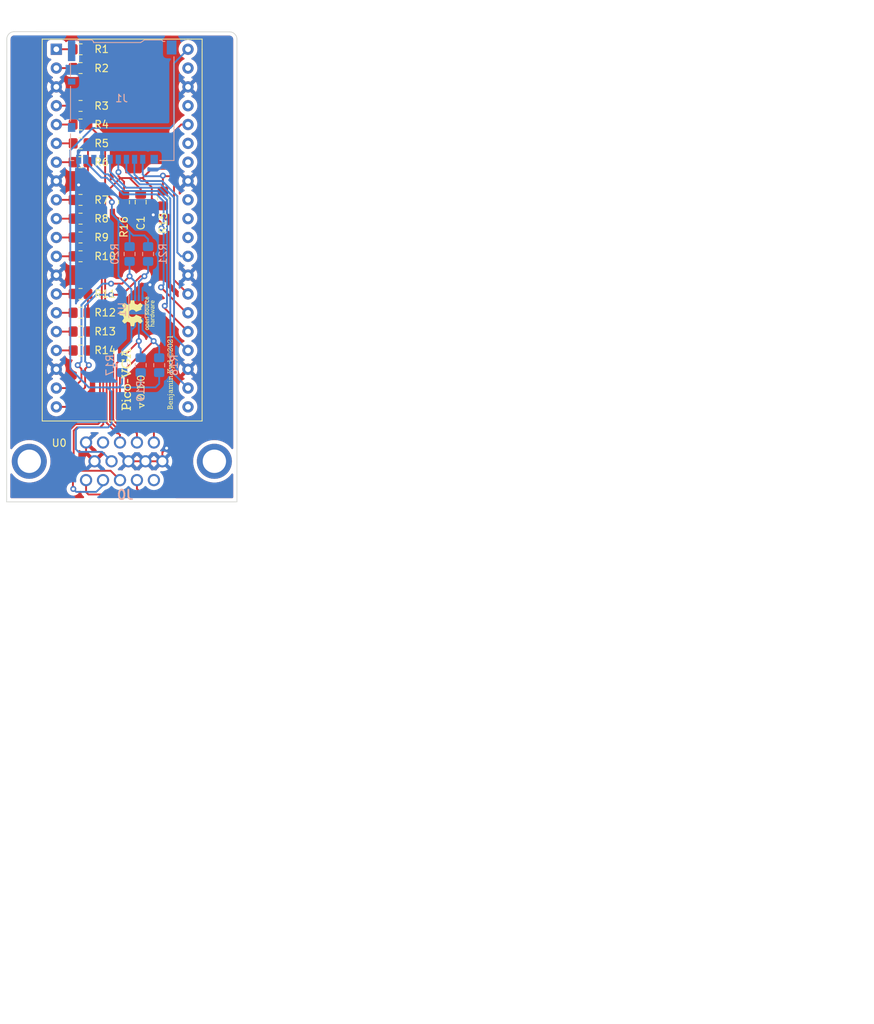
<source format=kicad_pcb>
(kicad_pcb (version 20201220) (generator pcbnew)
  (layers (0 "F.Cu" signal) (31 "B.Cu" signal) (34 "B.Paste" user) (35 "F.Paste" user) (36 "B.SilkS" user "B.Silkscreen") (37 "F.SilkS" user "F.Silkscreen") (38 "B.Mask" user) (39 "F.Mask" user) (44 "Edge.Cuts" user))
  (net 0 "")
  (net 1 "GND")
  (net 2 "+3V3")
  (net 3 "VSYNC")
  (net 4 "HSYNC")
  (net 5 "GP19")
  (net 6 "GP17")
  (net 7 "GP18")
  (net 8 "VGA_B")
  (net 9 "VGA_G")
  (net 10 "VGA_R")
  (net 11 "R0")
  (net 12 "R1")
  (net 13 "R2")
  (net 14 "R3")
  (net 15 "G0")
  (net 16 "G1")
  (net 17 "G2")
  (net 18 "G3")
  (net 19 "B0")
  (net 20 "B1")
  (net 21 "B2")
  (net 22 "B3")
  (net 23 "+5V")
  (net 24 "DCC5VDAT")
  (net 25 "no_connect_42")
  (net 26 "no_connect_41")
  (net 27 "no_connect_40")
  (net 28 "no_connect_39")
  (net 29 "no_connect_38")
  (net 30 "no_connect_37")
  (net 31 "no_connect_36")
  (net 32 "no_connect_35")
  (net 33 "no_connect_34")
  (net 34 "DCC5VCLK")
  (net 35 "Net-(R13-Pad2)")
  (net 36 "Net-(R14-Pad1)")
  (net 37 "Net-(R17-Pad1)")
  (net 38 "DCC3V3DAT")
  (net 39 "DCC3V3CLK")
  (net 40 "GP22")
  (net 41 "GP21")
  (net 42 "GP20")
  (net 43 "no_connect_43")
  (footprint "Resistor_SMD:R_0805_2012Metric_Pad1.20x1.40mm_HandSolder" (layer "F.Cu") (at 163.380343 98.426662)
    (fp_text reference "R12" (at 3.319657 -0.016662) (layer "F.SilkS"))
    (fp_text value "500")
    (pad "1" smd roundrect (at -1 0) (size 1.2 1.4) (layers "F.Cu" "F.Paste" "F.Mask") (roundrect_rratio 0.2083333333333333) (net 22 "B3"))
    (pad "2" smd roundrect (at 1 0) (size 1.2 1.4) (layers "F.Cu" "F.Paste" "F.Mask") (roundrect_rratio 0.2083333333333333) (net 8 "VGA_B"))
  )
  (footprint "Resistor_SMD:R_0805_2012Metric_Pad1.20x1.40mm_HandSolder" (layer "F.Cu") (at 163.383744 100.964363 180)
    (fp_text reference "R13" (at -3.316256 0.004363) (layer "F.SilkS"))
    (fp_text value "50")
    (pad "1" smd roundrect (at -1 0 180) (size 1.2 1.4) (layers "F.Cu" "F.Paste" "F.Mask") (roundrect_rratio 0.2083333333333333) (net 4 "HSYNC"))
    (pad "2" smd roundrect (at 1 0 180) (size 1.2 1.4) (layers "F.Cu" "F.Paste" "F.Mask") (roundrect_rratio 0.2083333333333333) (net 35 "Net-(R13-Pad2)"))
  )
  (footprint "Resistor_SMD:R_0805_2012Metric_Pad1.20x1.40mm_HandSolder" (layer "F.Cu") (at 163.37539 78.108531)
    (fp_text reference "R6" (at 2.84461 -0.008531) (layer "F.SilkS"))
    (fp_text value "2k")
    (pad "1" smd roundrect (at -1 0) (size 1.2 1.4) (layers "F.Cu" "F.Paste" "F.Mask") (roundrect_rratio 0.2083333333333333) (net 16 "G1"))
    (pad "2" smd roundrect (at 1 0) (size 1.2 1.4) (layers "F.Cu" "F.Paste" "F.Mask") (roundrect_rratio 0.2083333333333333) (net 9 "VGA_G"))
  )
  (footprint "Resistor_SMD:R_0805_2012Metric_Pad1.20x1.40mm_HandSolder" (layer "F.Cu") (at 163.383299 85.730358)
    (fp_text reference "R8" (at 2.836701 -0.000358) (layer "F.SilkS"))
    (fp_text value "499")
    (pad "1" smd roundrect (at -1 0) (size 1.2 1.4) (layers "F.Cu" "F.Paste" "F.Mask") (roundrect_rratio 0.2083333333333333) (net 18 "G3"))
    (pad "2" smd roundrect (at 1 0) (size 1.2 1.4) (layers "F.Cu" "F.Paste" "F.Mask") (roundrect_rratio 0.2083333333333333) (net 9 "VGA_G"))
  )
  (footprint "Resistor_SMD:R_0805_2012Metric_Pad1.20x1.40mm_HandSolder" (layer "F.Cu") (at 163.378463 73.019919)
    (fp_text reference "R4" (at 2.841537 0.000081) (layer "F.SilkS"))
    (fp_text value "500")
    (pad "1" smd roundrect (at -1 0) (size 1.2 1.4) (layers "F.Cu" "F.Paste" "F.Mask") (roundrect_rratio 0.2083333333333333) (net 14 "R3"))
    (pad "2" smd roundrect (at 1 0) (size 1.2 1.4) (layers "F.Cu" "F.Paste" "F.Mask") (roundrect_rratio 0.2083333333333333) (net 10 "VGA_R"))
  )
  (footprint "Resistor_SMD:R_0805_2012Metric_Pad1.20x1.40mm_HandSolder" (layer "F.Cu") (at 163.379298 95.886606)
    (fp_text reference "R11" (at 3.320702 0.003394) (layer "F.SilkS"))
    (fp_text value "1k")
    (pad "1" smd roundrect (at -1 0) (size 1.2 1.4) (layers "F.Cu" "F.Paste" "F.Mask") (roundrect_rratio 0.2083333333333333) (net 21 "B2"))
    (pad "2" smd roundrect (at 1 0) (size 1.2 1.4) (layers "F.Cu" "F.Paste" "F.Mask") (roundrect_rratio 0.2083333333333333) (net 8 "VGA_B"))
  )
  (footprint "Capacitor_SMD:C_0805_2012Metric_Pad1.18x1.45mm_HandSolder" (layer "F.Cu") (at 171.5 83.5 -90)
    (fp_text reference "C1" (at 2.82 -0.02 90) (layer "F.SilkS"))
    (fp_text value "10u")
    (pad "1" smd roundrect (at -1.0375 0 270) (size 1.175 1.45) (layers "F.Cu" "F.Paste" "F.Mask") (roundrect_rratio 0.2127659574468085) (net 2 "+3V3"))
    (pad "2" smd roundrect (at 1.0375 0 270) (size 1.175 1.45) (layers "F.Cu" "F.Paste" "F.Mask") (roundrect_rratio 0.2127659574468085) (net 1 "GND"))
  )
  (footprint "pico:raspberrypi-pico-module" (layer "F.Cu") (at 169 87)
    (fp_text reference "U0" (at -8.5 29) (layer "F.SilkS"))
    (fp_text value "PICO_RP2040")
    (pad "1" thru_hole rect (at -8.89 -24.13) (size 1.524 1.524) (drill 0.762) (layers *.Cu *.Mask) (net 11 "R0"))
    (pad "2" thru_hole circle (at -8.89 -21.59) (size 1.524 1.524) (drill 0.762) (layers *.Cu *.Mask) (net 12 "R1"))
    (pad "3" thru_hole circle (at -8.89 -19.05) (size 1.524 1.524) (drill 0.762) (layers *.Cu *.Mask) (net 1 "GND"))
    (pad "4" thru_hole circle (at -8.89 -16.51) (size 1.524 1.524) (drill 0.762) (layers *.Cu *.Mask) (net 13 "R2"))
    (pad "5" thru_hole circle (at -8.89 -13.97) (size 1.524 1.524) (drill 0.762) (layers *.Cu *.Mask) (net 14 "R3"))
    (pad "6" thru_hole circle (at -8.89 -11.43) (size 1.524 1.524) (drill 0.762) (layers *.Cu *.Mask) (net 15 "G0"))
    (pad "7" thru_hole circle (at -8.89 -8.89) (size 1.524 1.524) (drill 0.762) (layers *.Cu *.Mask) (net 16 "G1"))
    (pad "8" thru_hole circle (at -8.89 -6.35) (size 1.524 1.524) (drill 0.762) (layers *.Cu *.Mask) (net 1 "GND"))
    (pad "9" thru_hole circle (at -8.89 -3.81) (size 1.524 1.524) (drill 0.762) (layers *.Cu *.Mask) (net 17 "G2"))
    (pad "10" thru_hole circle (at -8.89 -1.27) (size 1.524 1.524) (drill 0.762) (layers *.Cu *.Mask) (net 18 "G3"))
    (pad "11" thru_hole circle (at -8.89 1.27) (size 1.524 1.524) (drill 0.762) (layers *.Cu *.Mask) (net 19 "B0"))
    (pad "12" thru_hole circle (at -8.89 3.81) (size 1.524 1.524) (drill 0.762) (layers *.Cu *.Mask) (net 20 "B1"))
    (pad "13" thru_hole circle (at -8.89 6.35) (size 1.524 1.524) (drill 0.762) (layers *.Cu *.Mask) (net 1 "GND"))
    (pad "14" thru_hole circle (at -8.89 8.89) (size 1.524 1.524) (drill 0.762) (layers *.Cu *.Mask) (net 21 "B2"))
    (pad "15" thru_hole circle (at -8.89 11.43) (size 1.524 1.524) (drill 0.762) (layers *.Cu *.Mask) (net 22 "B3"))
    (pad "16" thru_hole circle (at -8.89 13.97) (size 1.524 1.524) (drill 0.762) (layers *.Cu *.Mask) (net 35 "Net-(R13-Pad2)"))
    (pad "17" thru_hole circle (at -8.89 16.51) (size 1.524 1.524) (drill 0.762) (layers *.Cu *.Mask) (net 36 "Net-(R14-Pad1)"))
    (pad "18" thru_hole circle (at -8.89 19.05) (size 1.524 1.524) (drill 0.762) (layers *.Cu *.Mask) (net 1 "GND"))
    (pad "19" thru_hole circle (at -8.89 21.59) (size 1.524 1.524) (drill 0.762) (layers *.Cu *.Mask) (net 38 "DCC3V3DAT"))
    (pad "20" thru_hole circle (at -8.89 24.13) (size 1.524 1.524) (drill 0.762) (layers *.Cu *.Mask) (net 39 "DCC3V3CLK"))
    (pad "21" thru_hole circle (at 8.89 24.13) (size 1.524 1.524) (drill 0.762) (layers *.Cu *.Mask) (net 31 "no_connect_36"))
    (pad "22" thru_hole circle (at 8.89 21.59) (size 1.524 1.524) (drill 0.762) (layers *.Cu *.Mask) (net 6 "GP17"))
    (pad "23" thru_hole circle (at 8.89 19.05) (size 1.524 1.524) (drill 0.762) (layers *.Cu *.Mask) (net 1 "GND"))
    (pad "24" thru_hole circle (at 8.89 16.51) (size 1.524 1.524) (drill 0.762) (layers *.Cu *.Mask) (net 7 "GP18"))
    (pad "25" thru_hole circle (at 8.89 13.97) (size 1.524 1.524) (drill 0.762) (layers *.Cu *.Mask) (net 5 "GP19"))
    (pad "26" thru_hole circle (at 8.89 11.43) (size 1.524 1.524) (drill 0.762) (layers *.Cu *.Mask) (net 42 "GP20"))
    (pad "27" thru_hole circle (at 8.89 8.89) (size 1.524 1.524) (drill 0.762) (layers *.Cu *.Mask) (net 41 "GP21"))
    (pad "28" thru_hole circle (at 8.89 6.35) (size 1.524 1.524) (drill 0.762) (layers *.Cu *.Mask) (net 1 "GND"))
    (pad "29" thru_hole circle (at 8.89 3.81) (size 1.524 1.524) (drill 0.762) (layers *.Cu *.Mask) (net 40 "GP22"))
    (pad "30" thru_hole circle (at 8.89 1.27) (size 1.524 1.524) (drill 0.762) (layers *.Cu *.Mask) (net 30 "no_connect_37"))
    (pad "31" thru_hole circle (at 8.89 -1.27) (size 1.524 1.524) (drill 0.762) (layers *.Cu *.Mask) (net 29 "no_connect_38"))
    (pad "32" thru_hole circle (at 8.89 -3.81) (size 1.524 1.524) (drill 0.762) (layers *.Cu *.Mask) (net 28 "no_connect_39"))
    (pad "33" thru_hole circle (at 8.89 -6.35) (size 1.524 1.524) (drill 0.762) (layers *.Cu *.Mask) (net 1 "GND"))
    (pad "34" thru_hole circle (at 8.89 -8.89) (size 1.524 1.524) (drill 0.762) (layers *.Cu *.Mask) (net 27 "no_connect_40"))
    (pad "35" thru_hole circle (at 8.89 -11.43) (size 1.524 1.524) (drill 0.762) (layers *.Cu *.Mask) (net 26 "no_connect_41"))
    (pad "36" thru_hole circle (at 8.89 -13.97) (size 1.524 1.524) (drill 0.762) (layers *.Cu *.Mask) (net 2 "+3V3"))
    (pad "37" thru_hole circle (at 8.89 -16.51) (size 1.524 1.524) (drill 0.762) (layers *.Cu *.Mask) (net 25 "no_connect_42"))
    (pad "38" thru_hole circle (at 8.89 -19.05) (size 1.524 1.524) (drill 0.762) (layers *.Cu *.Mask) (net 1 "GND"))
    (pad "39" thru_hole circle (at 8.89 -21.59) (size 1.524 1.524) (drill 0.762) (layers *.Cu *.Mask) (net 43 "no_connect_43"))
    (pad "40" thru_hole circle (at 8.89 -24.13) (size 1.524 1.524) (drill 0.762) (layers *.Cu *.Mask) (net 23 "+5V"))
  )
  (footprint "Resistor_SMD:R_0805_2012Metric_Pad1.20x1.40mm_HandSolder" (layer "F.Cu") (at 169.25 83.5 -90)
    (fp_text reference "R16" (at 3.35 0.02 90) (layer "F.SilkS"))
    (fp_text value "10k")
    (pad "1" smd roundrect (at -1 0 270) (size 1.2 1.4) (layers "F.Cu" "F.Paste" "F.Mask") (roundrect_rratio 0.2083333333333333) (net 2 "+3V3"))
    (pad "2" smd roundrect (at 1 0 270) (size 1.2 1.4) (layers "F.Cu" "F.Paste" "F.Mask") (roundrect_rratio 0.2083333333333333) (net 42 "GP20"))
  )
  (footprint "Resistor_SMD:R_0805_2012Metric_Pad1.20x1.40mm_HandSolder" (layer "F.Cu") (at 163.382505 65.410218)
    (fp_text reference "R2" (at 2.837495 0.029782) (layer "F.SilkS"))
    (fp_text value "2k")
    (pad "1" smd roundrect (at -1 0) (size 1.2 1.4) (layers "F.Cu" "F.Paste" "F.Mask") (roundrect_rratio 0.2083333333333333) (net 12 "R1"))
    (pad "2" smd roundrect (at 1 0) (size 1.2 1.4) (layers "F.Cu" "F.Paste" "F.Mask") (roundrect_rratio 0.2083333333333333) (net 10 "VGA_R"))
  )
  (footprint "kiwih_kicad:name-logo" (layer "F.Cu") (at 175.5 106.5 90)
    (fp_text reference "G" hide)
    (fp_text value "LOGO" hide)
  )
  (footprint "kiwih_kicad:product-version" (layer "F.Cu") (at 171.5 109 90)
    (fp_text reference "G" hide)
    (fp_text value "LOGO" hide)
  )
  (footprint "Resistor_SMD:R_0805_2012Metric_Pad1.20x1.40mm_HandSolder" (layer "F.Cu") (at 163.39009 103.521542)
    (fp_text reference "R14" (at 3.30991 -0.031542) (layer "F.SilkS"))
    (fp_text value "50")
    (pad "1" smd roundrect (at -1 0) (size 1.2 1.4) (layers "F.Cu" "F.Paste" "F.Mask") (roundrect_rratio 0.2083333333333333) (net 36 "Net-(R14-Pad1)"))
    (pad "2" smd roundrect (at 1 0) (size 1.2 1.4) (layers "F.Cu" "F.Paste" "F.Mask") (roundrect_rratio 0.2083333333333333) (net 3 "VSYNC"))
  )
  (footprint "kiwih_kicad:product-logo" (layer "F.Cu") (at 169.5 107.5 90)
    (fp_text reference "G" hide)
    (fp_text value "LOGO" hide)
  )
  (footprint "Resistor_SMD:R_0805_2012Metric_Pad1.20x1.40mm_HandSolder" (layer "F.Cu") (at 163.382505 70.515877)
    (fp_text reference "R3" (at 2.837495 0.004123) (layer "F.SilkS"))
    (fp_text value "1k")
    (pad "1" smd roundrect (at -1 0) (size 1.2 1.4) (layers "F.Cu" "F.Paste" "F.Mask") (roundrect_rratio 0.2083333333333333) (net 13 "R2"))
    (pad "2" smd roundrect (at 1 0) (size 1.2 1.4) (layers "F.Cu" "F.Paste" "F.Mask") (roundrect_rratio 0.2083333333333333) (net 10 "VGA_R"))
  )
  (footprint "Resistor_SMD:R_0805_2012Metric_Pad1.20x1.40mm_HandSolder" (layer "F.Cu") (at 163.381824 90.808651)
    (fp_text reference "R10" (at 3.318176 0.001349) (layer "F.SilkS"))
    (fp_text value "2k")
    (pad "1" smd roundrect (at -1 0) (size 1.2 1.4) (layers "F.Cu" "F.Paste" "F.Mask") (roundrect_rratio 0.2083333333333333) (net 20 "B1"))
    (pad "2" smd roundrect (at 1 0) (size 1.2 1.4) (layers "F.Cu" "F.Paste" "F.Mask") (roundrect_rratio 0.2083333333333333) (net 8 "VGA_B"))
  )
  (footprint "Resistor_SMD:R_0805_2012Metric_Pad1.20x1.40mm_HandSolder" (layer "F.Cu") (at 163.382505 62.880196)
    (fp_text reference "R1" (at 2.847495 -0.020196) (layer "F.SilkS"))
    (fp_text value "4k")
    (pad "1" smd roundrect (at -1 0) (size 1.2 1.4) (layers "F.Cu" "F.Paste" "F.Mask") (roundrect_rratio 0.2083333333333333) (net 11 "R0"))
    (pad "2" smd roundrect (at 1 0) (size 1.2 1.4) (layers "F.Cu" "F.Paste" "F.Mask") (roundrect_rratio 0.2083333333333333) (net 10 "VGA_R"))
  )
  (footprint "Resistor_SMD:R_0805_2012Metric_Pad1.20x1.40mm_HandSolder" (layer "F.Cu") (at 163.386041 75.569627)
    (fp_text reference "R5" (at 2.843959 0.000373) (layer "F.SilkS"))
    (fp_text value "4k")
    (pad "1" smd roundrect (at -1 0) (size 1.2 1.4) (layers "F.Cu" "F.Paste" "F.Mask") (roundrect_rratio 0.2083333333333333) (net 15 "G0"))
    (pad "2" smd roundrect (at 1 0) (size 1.2 1.4) (layers "F.Cu" "F.Paste" "F.Mask") (roundrect_rratio 0.2083333333333333) (net 9 "VGA_G"))
  )
  (footprint "Resistor_SMD:R_0805_2012Metric_Pad1.20x1.40mm_HandSolder" (layer "F.Cu") (at 163.379871 83.198224)
    (fp_text reference "R7" (at 2.840129 0.011776) (layer "F.SilkS"))
    (fp_text value "1k")
    (pad "1" smd roundrect (at -1 0) (size 1.2 1.4) (layers "F.Cu" "F.Paste" "F.Mask") (roundrect_rratio 0.2083333333333333) (net 17 "G2"))
    (pad "2" smd roundrect (at 1 0) (size 1.2 1.4) (layers "F.Cu" "F.Paste" "F.Mask") (roundrect_rratio 0.2083333333333333) (net 9 "VGA_G"))
  )
  (footprint "pico:osh" (layer "F.Cu") (at 171 98.5 90)
    (fp_text reference "" (at 0 0 90) (layer "F.SilkS") (effects (font (size 1.524 1.524) (thickness 0.3))))
    (fp_text value "LOGO" hide)
  )
  (footprint "Resistor_SMD:R_0805_2012Metric_Pad1.20x1.40mm_HandSolder" (layer "F.Cu") (at 163.380037 88.273194)
    (fp_text reference "R9" (at 2.839963 -0.013194) (layer "F.SilkS"))
    (fp_text value "4k")
    (pad "1" smd roundrect (at -1 0) (size 1.2 1.4) (layers "F.Cu" "F.Paste" "F.Mask") (roundrect_rratio 0.2083333333333333) (net 19 "B0"))
    (pad "2" smd roundrect (at 1 0) (size 1.2 1.4) (layers "F.Cu" "F.Paste" "F.Mask") (roundrect_rratio 0.2083333333333333) (net 8 "VGA_B"))
  )
  (footprint "Resistor_SMD:R_0805_2012Metric_Pad1.20x1.40mm_HandSolder" (layer "F.Cu") (at 174.5 83 90)
    (fp_text reference "R15" (at -3.34 0.03 90) (layer "F.SilkS"))
    (fp_text value "10k")
    (pad "1" smd roundrect (at -1 0 90) (size 1.2 1.4) (layers "F.Cu" "F.Paste" "F.Mask") (roundrect_rratio 0.2083333333333333) (net 2 "+3V3"))
    (pad "2" smd roundrect (at 1 0 90) (size 1.2 1.4) (layers "F.Cu" "F.Paste" "F.Mask") (roundrect_rratio 0.2083333333333333) (net 41 "GP21"))
  )
  (footprint "Package_SO:VSSOP-8_2.3x2mm_P0.5mm" (layer "B.Cu") (at 171 98 -90)
    (fp_text reference "U1" (at 0 2 90) (layer "B.SilkS") (effects (justify mirror)))
    (fp_text value "PCA9306DC")
    (pad "1" smd rect (at -1.55 0.75) (size 0.3 0.8) (layers "B.Cu" "B.Paste" "B.Mask") (net 2 "+3V3"))
    (pad "2" smd rect (at -1.55 0.25) (size 0.3 0.8) (layers "B.Cu" "B.Paste" "B.Mask") (net 38 "DCC3V3DAT"))
    (pad "3" smd rect (at -1.55 -0.25) (size 0.3 0.8) (layers "B.Cu" "B.Paste" "B.Mask") (net 39 "DCC3V3CLK"))
    (pad "4" smd rect (at -1.55 -0.75) (size 0.3 0.8) (layers "B.Cu" "B.Paste" "B.Mask") (net 1 "GND"))
    (pad "5" smd rect (at 1.55 -0.75) (size 0.3 0.8) (layers "B.Cu" "B.Paste" "B.Mask") (net 34 "DCC5VCLK"))
    (pad "6" smd rect (at 1.55 -0.25) (size 0.3 0.8) (layers "B.Cu" "B.Paste" "B.Mask") (net 24 "DCC5VDAT"))
    (pad "7" smd rect (at 1.55 0.25) (size 0.3 0.8) (layers "B.Cu" "B.Paste" "B.Mask") (net 37 "Net-(R17-Pad1)"))
    (pad "8" smd rect (at 1.55 0.75) (size 0.3 0.8) (layers "B.Cu" "B.Paste" "B.Mask") (net 37 "Net-(R17-Pad1)"))
  )
  (footprint "Connector_Card:microSD_HC_Hirose_DM3AT-SF-PEJM5" (layer "B.Cu") (at 169 70)
    (fp_text reference "J1" (at -0.075 -0.5) (layer "B.SilkS") (effects (justify mirror)))
    (fp_text value "Micro_SD_Card")
    (pad "1" smd rect (at 2.775 7.725) (size 0.7 1.2) (layers "B.Cu" "B.Paste" "B.Mask") (net 41 "GP21"))
    (pad "2" smd rect (at 1.675 7.725) (size 0.7 1.2) (layers "B.Cu" "B.Paste" "B.Mask") (net 40 "GP22"))
    (pad "3" smd rect (at 0.575 7.725) (size 0.7 1.2) (layers "B.Cu" "B.Paste" "B.Mask") (net 7 "GP18"))
    (pad "4" smd rect (at -0.525 7.725) (size 0.7 1.2) (layers "B.Cu" "B.Paste" "B.Mask") (net 2 "+3V3"))
    (pad "5" smd rect (at -1.625 7.725) (size 0.7 1.2) (layers "B.Cu" "B.Paste" "B.Mask") (net 6 "GP17"))
    (pad "6" smd rect (at -2.725 7.725) (size 0.7 1.2) (layers "B.Cu" "B.Paste" "B.Mask") (net 1 "GND"))
    (pad "7" smd rect (at -3.825 7.725) (size 0.7 1.2) (layers "B.Cu" "B.Paste" "B.Mask") (net 5 "GP19"))
    (pad "8" smd rect (at -4.925 7.725) (size 0.7 1.2) (layers "B.Cu" "B.Paste" "B.Mask") (net 42 "GP20"))
    (pad "9" smd rect (at -5.875 7.725) (size 0.7 1.2) (layers "B.Cu" "B.Paste" "B.Mask") (net 1 "GND"))
    (pad "10" smd rect (at -6.825 -2.775) (size 1 0.8) (layers "B.Cu" "B.Paste" "B.Mask"))
    (pad "11" smd rect (at 6.675 -7.375) (size 1.3 1.9) (layers "B.Cu" "B.Paste" "B.Mask"))
    (pad "11" smd rect (at -6.825 3.425) (size 1 1.2) (layers "B.Cu" "B.Paste" "B.Mask"))
    (pad "11" smd rect (at 4.325 7.725) (size 1 1.2) (layers "B.Cu" "B.Paste" "B.Mask"))
    (pad "11" smd rect (at -6.825 -6.925) (size 1 2.8) (layers "B.Cu" "B.Paste" "B.Mask"))
  )
  (footprint "pico:XM4L1542132" (layer "B.Cu") (at 168.955 121.7)
    (fp_text reference "J0" (at 0.455 1.3) (layer "B.SilkS") (effects (font (size 1.27 1.27) (thickness 0.254)) (justify mirror)))
    (fp_text value "VGA_FEMALE" hide)
    (pad "1" thru_hole circle (at 4.33 -5.77) (size 1.65 1.65) (drill 1.1) (layers *.Cu *.Mask) (net 10 "VGA_R"))
    (pad "2" thru_hole circle (at 2.04 -5.77) (size 1.65 1.65) (drill 1.1) (layers *.Cu *.Mask) (net 9 "VGA_G"))
    (pad "3" thru_hole circle (at -0.25 -5.77) (size 1.65 1.65) (drill 1.1) (layers *.Cu *.Mask) (net 8 "VGA_B"))
    (pad "4" thru_hole circle (at -2.54 -5.77) (size 1.65 1.65) (drill 1.1) (layers *.Cu *.Mask) (net 32 "no_connect_35"))
    (pad "5" thru_hole circle (at -4.83 -5.77) (size 1.65 1.65) (drill 1.1) (layers *.Cu *.Mask) (net 1 "GND"))
    (pad "6" thru_hole circle (at 5.476 -3.23) (size 1.65 1.65) (drill 1.1) (layers *.Cu *.Mask) (net 1 "GND"))
    (pad "7" thru_hole circle (at 3.185 -3.23) (size 1.65 1.65) (drill 1.1) (layers *.Cu *.Mask) (net 1 "GND"))
    (pad "8" thru_hole circle (at 0.895 -3.23) (size 1.65 1.65) (drill 1.1) (layers *.Cu *.Mask) (net 1 "GND"))
    (pad "9" thru_hole circle (at -1.394 -3.23) (size 1.65 1.65) (drill 1.1) (layers *.Cu *.Mask) (net 23 "+5V"))
    (pad "10" thru_hole circle (at -3.685 -3.23) (size 1.65 1.65) (drill 1.1) (layers *.Cu *.Mask) (net 1 "GND"))
    (pad "11" thru_hole circle (at 4.33 -0.69) (size 1.65 1.65) (drill 1.1) (layers *.Cu *.Mask) (net 33 "no_connect_34"))
    (pad "12" thru_hole circle (at 2.04 -0.69) (size 1.65 1.65) (drill 1.1) (layers *.Cu *.Mask) (net 24 "DCC5VDAT"))
    (pad "13" thru_hole circle (at -0.25 -0.69) (size 1.65 1.65) (drill 1.1) (layers *.Cu *.Mask) (net 4 "HSYNC"))
    (pad "14" thru_hole circle (at -2.54 -0.69) (size 1.65 1.65) (drill 1.1) (layers *.Cu *.Mask) (net 3 "VSYNC"))
    (pad "15" thru_hole circle (at -4.83 -0.69) (size 1.65 1.65) (drill 1.1) (layers *.Cu *.Mask) (net 34 "DCC5VCLK"))
    (pad "MH1" thru_hole circle (at -12.495 -3.23) (size 4.725 4.725) (drill 3.15) (layers *.Cu *.Mask))
    (pad "MH2" thru_hole circle (at 12.495 -3.23) (size 4.725 4.725) (drill 3.15) (layers *.Cu *.Mask))
  )
  (footprint "Resistor_SMD:R_0805_2012Metric_Pad1.20x1.40mm_HandSolder" (layer "B.Cu") (at 172.5 90.5 -90)
    (fp_text reference "R21" (at 0 -2 -90) (layer "B.SilkS") (effects (justify mirror)))
    (fp_text value "10k")
    (pad "1" smd roundrect (at -1 0 270) (size 1.2 1.4) (layers "B.Cu" "B.Paste" "B.Mask") (roundrect_rratio 0.2083333333333333) (net 2 "+3V3"))
    (pad "2" smd roundrect (at 1 0 270) (size 1.2 1.4) (layers "B.Cu" "B.Paste" "B.Mask") (roundrect_rratio 0.2083333333333333) (net 39 "DCC3V3CLK"))
  )
  (footprint "Resistor_SMD:R_0805_2012Metric_Pad1.20x1.40mm_HandSolder" (layer "B.Cu") (at 169 105.5 -90)
    (fp_text reference "R17" (at 0 1.65 90) (layer "B.SilkS") (effects (justify mirror)))
    (fp_text value "200k")
    (pad "1" smd roundrect (at -1 0 270) (size 1.2 1.4) (layers "B.Cu" "B.Paste" "B.Mask") (roundrect_rratio 0.2083333333333333) (net 37 "Net-(R17-Pad1)"))
    (pad "2" smd roundrect (at 1 0 270) (size 1.2 1.4) (layers "B.Cu" "B.Paste" "B.Mask") (roundrect_rratio 0.2083333333333333) (net 23 "+5V"))
  )
  (footprint "Resistor_SMD:R_0805_2012Metric_Pad1.20x1.40mm_HandSolder" (layer "B.Cu") (at 174 105.5 -90)
    (fp_text reference "R19" (at 3.5 2.5 90) (layer "B.SilkS") (effects (justify mirror)))
    (fp_text value "10k")
    (pad "1" smd roundrect (at -1 0 270) (size 1.2 1.4) (layers "B.Cu" "B.Paste" "B.Mask") (roundrect_rratio 0.2083333333333333) (net 34 "DCC5VCLK"))
    (pad "2" smd roundrect (at 1 0 270) (size 1.2 1.4) (layers "B.Cu" "B.Paste" "B.Mask") (roundrect_rratio 0.2083333333333333) (net 23 "+5V"))
  )
  (footprint "Resistor_SMD:R_0805_2012Metric_Pad1.20x1.40mm_HandSolder" (layer "B.Cu") (at 171.5 105.5 90)
    (fp_text reference "R18" (at 0 4.5 90) (layer "B.SilkS") (effects (justify mirror)))
    (fp_text value "10k")
    (pad "1" smd roundrect (at -1 0 90) (size 1.2 1.4) (layers "B.Cu" "B.Paste" "B.Mask") (roundrect_rratio 0.2083333333333333) (net 23 "+5V"))
    (pad "2" smd roundrect (at 1 0 90) (size 1.2 1.4) (layers "B.Cu" "B.Paste" "B.Mask") (roundrect_rratio 0.2083333333333333) (net 24 "DCC5VDAT"))
  )
  (footprint "Resistor_SMD:R_0805_2012Metric_Pad1.20x1.40mm_HandSolder" (layer "B.Cu") (at 170 90.5 90)
    (fp_text reference "R20" (at 0 -2 90) (layer "B.SilkS") (effects (justify mirror)))
    (fp_text value "10k")
    (pad "1" smd roundrect (at -1 0 90) (size 1.2 1.4) (layers "B.Cu" "B.Paste" "B.Mask") (roundrect_rratio 0.2083333333333333) (net 38 "DCC3V3DAT"))
    (pad "2" smd roundrect (at 1 0 90) (size 1.2 1.4) (layers "B.Cu" "B.Paste" "B.Mask") (roundrect_rratio 0.2083333333333333) (net 2 "+3V3"))
  )
  (gr_arc (start 183.499787 61.523682) (end 184.5 61.5) (angle -88.63146572) (layer "Edge.Cuts") (width 0.1))
  (gr_line (start 153.4 123.95) (end 153.423404 61.5) (layer "Edge.Cuts") (width 0.1))
  (gr_line (start 154.423404 60.5) (end 183.5 60.52319) (layer "Edge.Cuts") (width 0.1))
  (gr_line (start 184.5 123.95) (end 184.5 61.5) (layer "Edge.Cuts") (width 0.1))
  (gr_arc (start 154.422962 61.499558) (end 154.423404 60.5) (angle -90.05067186) (layer "Edge.Cuts") (width 0.1))
  (gr_line (start 153.4 123.95) (end 184.5 123.95) (layer "Edge.Cuts") (width 0.1))
  (segment (start 169.85 118.47) (end 172.14 118.47) (width 0.25) (layer "F.Cu") (net 1))
  (segment (start 174.431 118.47) (end 172.14 118.47) (width 0.25) (layer "F.Cu") (net 1))
  (segment (start 171.5 84.5375) (end 172.523468 84.5375) (width 0.25) (layer "F.Cu") (net 1))
  (segment (start 174.431 118.47) (end 174.431 117.269) (width 0.25) (layer "F.Cu") (net 1))
  (segment (start 165.27 118.47) (end 164.125 117.325) (width 0.25) (layer "F.Cu") (net 1))
  (segment (start 172.523468 84.5375) (end 173.197119 85.211151) (width 0.25) (layer "F.Cu") (net 1))
  (segment (start 174.431 117.269) (end 175 116.7) (width 0.25) (layer "F.Cu") (net 1))
  (segment (start 164.125 117.325) (end 164.125 115.93) (width 0.25) (layer "F.Cu") (net 1))
  (via (at 175 116.7) (size 0.8) (drill 0.4) (layers "F.Cu" "B.Cu") (net 1))
  (via (at 163.11946 81.178525) (size 0.8) (drill 0.4) (layers "F.Cu" "B.Cu") (net 1))
  (via (at 173.197119 85.211151) (size 0.8) (drill 0.4) (layers "F.Cu" "B.Cu") (net 1))
  (via (at 172.75 94.65) (size 0.8) (drill 0.4) (layers "F.Cu" "B.Cu") (net 1))
  (segment (start 163.125 81.172985) (end 163.11946 81.178525) (width 0.25) (layer "B.Cu") (net 1))
  (segment (start 172.2 94.65) (end 171.75 95.1) (width 0.25) (layer "B.Cu") (net 1))
  (segment (start 172.75 94.65) (end 172.2 94.65) (width 0.25) (layer "B.Cu") (net 1))
  (segment (start 164.14 115.96) (end 164 115.82) (width 0.25) (layer "B.Cu") (net 1))
  (segment (start 171.75 95.1) (end 171.75 96.45) (width 0.25) (layer "B.Cu") (net 1))
  (segment (start 163.125 77.725) (end 163.125 81.172985) (width 0.25) (layer "B.Cu") (net 1))
  (segment (start 173 79) (end 175.5 79) (width 0.25) (layer "F.Cu") (net 2))
  (segment (start 175.5 79) (end 176 78.5) (width 0.25) (layer "F.Cu") (net 2))
  (segment (start 171.75 80.25) (end 173 79) (width 0.25) (layer "F.Cu") (net 2))
  (segment (start 171.5 81.75) (end 171.5 82.4625) (width 0.25) (layer "F.Cu") (net 2))
  (segment (start 168.75 80.25) (end 170 80.25) (width 0.25) (layer "F.Cu") (net 2))
  (segment (start 168.5 80) (end 168.75 80.25) (width 0.25) (layer "F.Cu") (net 2))
  (segment (start 176 74) (end 176.97 73.03) (width 0.25) (layer "F.Cu") (net 2))
  (segment (start 167.15004 81.84996) (end 168.75 80.25) (width 0.25) (layer "F.Cu") (net 2))
  (segment (start 170 80.25) (end 171.5 81.75) (width 0.25) (layer "F.Cu") (net 2))
  (segment (start 167.609999 83.5) (end 167.609999 83.109999) (width 0.25) (layer "F.Cu") (net 2))
  (segment (start 172 80.5) (end 172.5 81) (width 0.25) (layer "F.Cu") (net 2))
  (segment (start 170 80.25) (end 171.75 80.25) (width 0.25) (layer "F.Cu") (net 2))
  (segment (start 174 84) (end 174.5 84) (width 0.25) (layer "F.Cu") (net 2))
  (segment (start 169.25 80.75) (end 169.25 82.5) (width 0.25) (layer "F.Cu") (net 2))
  (segment (start 176.97 73.03) (end 177.89 73.03) (width 0.25) (layer "F.Cu") (net 2))
  (segment (start 173 83) (end 174 84) (width 0.25) (layer "F.Cu") (net 2))
  (segment (start 167.609999 83.109999) (end 167.15004 82.65004) (width 0.25) (layer "F.Cu") (net 2))
  (segment (start 168.75 80.25) (end 169.25 80.75) (width 0.25) (layer "F.Cu") (net 2))
  (segment (start 167.15004 82.65004) (end 167.15004 81.84996) (width 0.25) (layer "F.Cu") (net 2))
  (segment (start 168.5 79.45) (end 168.5 80) (width 0.25) (layer "F.Cu") (net 2))
  (segment (start 171.75 80.25) (end 172 80.5) (width 0.25) (layer "F.Cu") (net 2))
  (segment (start 176 78.5) (end 176 74) (width 0.25) (layer "F.Cu") (net 2))
  (segment (start 173 81.5) (end 173 83) (width 0.25) (layer "F.Cu") (net 2))
  (segment (start 172 80.5) (end 173 81.5) (width 0.25) (layer "F.Cu") (net 2))
  (via (at 168.5 79.45) (size 0.8) (drill 0.4) (layers "F.Cu" "B.Cu") (net 2))
  (via (at 167.609999 83.5) (size 0.8) (drill 0.4) (layers "F.Cu" "B.Cu") (net 2))
  (segment (start 172 88) (end 172.5 88.5) (width 0.25) (layer "B.Cu") (net 2))
  (segment (start 168.5 86) (end 168.5 93.5) (width 0.25) (layer "B.Cu") (net 2))
  (segment (start 167.609999 85.109999) (end 168.5 86) (width 0.25) (layer "B.Cu") (net 2))
  (segment (start 170.25 95.25) (end 170.25 96.25) (width 0.25) (layer "B.Cu") (net 2))
  (segment (start 170.25 96.25) (end 170.25 96.45) (width 0.25) (layer "B.Cu") (net 2))
  (segment (start 168.5 86) (end 170 87.5) (width 0.25) (layer "B.Cu") (net 2))
  (segment (start 168.475 79.425) (end 168.5 79.45) (width 0.25) (layer "B.Cu") (net 2))
  (segment (start 167.609999 83.5) (end 167.609999 85.109999) (width 0.25) (layer "B.Cu") (net 2))
  (segment (start 170 87.5) (end 170 89.5) (width 0.25) (layer "B.Cu") (net 2))
  (segment (start 170.5 88) (end 172 88) (width 0.25) (layer "B.Cu") (net 2))
  (segment (start 172.5 88.5) (end 172.5 89.5) (width 0.25) (layer "B.Cu") (net 2))
  (segment (start 170 87.5) (end 170.5 88) (width 0.25) (layer "B.Cu") (net 2))
  (segment (start 170.25 95.75) (end 170.25 96.25) (width 0.25) (layer "B.Cu") (net 2))
  (segment (start 168.475 77.725) (end 168.475 79.425) (width 0.25) (layer "B.Cu") (net 2))
  (segment (start 168.5 93.5) (end 170.25 95.25) (width 0.25) (layer "B.Cu") (net 2))
  (segment (start 165.271542 103.521542) (end 164.39009 103.521542) (width 0.25) (layer "F.Cu") (net 3))
  (segment (start 166 104.25) (end 165.271542 103.521542) (width 0.25) (layer "F.Cu") (net 3))
  (segment (start 165.75002 113.44998) (end 166 113.2) (width 0.25) (layer "F.Cu") (net 3))
  (segment (start 162.35 122.15) (end 162.35 119.886424) (width 0.25) (layer "F.Cu") (net 3))
  (segment (start 162.713596 113.44998) (end 165.75002 113.44998) (width 0.25) (layer "F.Cu") (net 3))
  (segment (start 161.99998 114.163596) (end 162.713596 113.44998) (width 0.25) (layer "F.Cu") (net 3))
  (segment (start 162.35 119.886424) (end 161.99998 119.536404) (width 0.25) (layer "F.Cu") (net 3))
  (segment (start 161.99998 119.536404) (end 161.99998 114.163596) (width 0.25) (layer "F.Cu") (net 3))
  (segment (start 166 113.2) (end 166 104.25) (width 0.25) (layer "F.Cu") (net 3))
  (segment (start 162.4 122.2) (end 162.35 122.15) (width 0.25) (layer "F.Cu") (net 3))
  (via (at 162.4 122.2) (size 0.8) (drill 0.4) (layers "F.Cu" "B.Cu") (net 3))
  (segment (start 162.8 122.6) (end 165.5 122.6) (width 0.25) (layer "B.Cu") (net 3))
  (segment (start 165.5 122.6) (end 166.415 121.685) (width 0.25) (layer "B.Cu") (net 3))
  (segment (start 166.415 121.685) (end 166.415 121.01) (width 0.25) (layer "B.Cu") (net 3))
  (segment (start 162.4 122.2) (end 162.8 122.6) (width 0.25) (layer "B.Cu") (net 3))
  (segment (start 164.383744 100.964363) (end 166 102.580619) (width 0.25) (layer "F.Cu") (net 4))
  (segment (start 166.450019 113.459291) (end 166.450021 113.459293) (width 0.25) (layer "F.Cu") (net 4))
  (segment (start 162.85 119.75) (end 167.445 119.75) (width 0.25) (layer "F.Cu") (net 4))
  (segment (start 166.009314 113.9) (end 162.9 113.9) (width 0.25) (layer "F.Cu") (net 4))
  (segment (start 166 103.613576) (end 166.450019 104.063595) (width 0.25) (layer "F.Cu") (net 4))
  (segment (start 166.450019 104.063595) (end 166.450019 113.459291) (width 0.25) (layer "F.Cu") (net 4))
  (segment (start 162.45 119.35) (end 162.85 119.75) (width 0.25) (layer "F.Cu") (net 4))
  (segment (start 162.45 114.35) (end 162.45 119.35) (width 0.25) (layer "F.Cu") (net 4))
  (segment (start 162.9 113.9) (end 162.45 114.35) (width 0.25) (layer "F.Cu") (net 4))
  (segment (start 166.450021 113.459293) (end 166.009314 113.9) (width 0.25) (layer "F.Cu") (net 4))
  (segment (start 166 102.580619) (end 166 103.613576) (width 0.25) (layer "F.Cu") (net 4))
  (segment (start 167.445 119.75) (end 168.705 121.01) (width 0.25) (layer "F.Cu") (net 4))
  (segment (start 174.75 97.5) (end 174.75 97.83) (width 0.25) (layer "F.Cu") (net 5))
  (segment (start 174.75 97.83) (end 177.89 100.97) (width 0.25) (layer "F.Cu") (net 5))
  (via (at 174.75 97.5) (size 0.8) (drill 0.4) (layers "F.Cu" "B.Cu") (net 5))
  (segment (start 167.090559 79.75) (end 169.340619 82.00006) (width 0.25) (layer "B.Cu") (net 5))
  (segment (start 175.04998 97.20002) (end 174.75 97.5) (width 0.25) (layer "B.Cu") (net 5))
  (segment (start 165.175 78.25) (end 166.675 79.75) (width 0.25) (layer "B.Cu") (net 5))
  (segment (start 175.04998 83.209252) (end 175.04998 97.20002) (width 0.25) (layer "B.Cu") (net 5))
  (segment (start 173.840788 82.00006) (end 175.04998 83.209252) (width 0.25) (layer "B.Cu") (net 5))
  (segment (start 166.675 79.75) (end 167.090559 79.75) (width 0.25) (layer "B.Cu") (net 5))
  (segment (start 169.340619 82.00006) (end 173.840788 82.00006) (width 0.25) (layer "B.Cu") (net 5))
  (segment (start 167.375 77.725) (end 167.375 79.398017) (width 0.25) (layer "B.Cu") (net 6))
  (segment (start 174.027192 81.55004) (end 175.5 83.022848) (width 0.25) (layer "B.Cu") (net 6))
  (segment (start 175.5 106.2) (end 177.89 108.59) (width 0.25) (layer "B.Cu") (net 6))
  (segment (start 175.5 83.022848) (end 175.5 106.2) (width 0.25) (layer "B.Cu") (net 6))
  (segment (start 167.375 79.398017) (end 169.527023 81.55004) (width 0.25) (layer "B.Cu") (net 6))
  (segment (start 169.527023 81.55004) (end 174.027192 81.55004) (width 0.25) (layer "B.Cu") (net 6))
  (segment (start 169.575 77.725) (end 169.575 78.16002) (width 0.25) (layer "B.Cu") (net 7))
  (segment (start 171.363596 81.10002) (end 174.213596 81.10002) (width 0.25) (layer "B.Cu") (net 7))
  (segment (start 174.213596 81.10002) (end 176 82.886424) (width 0.25) (layer "B.Cu") (net 7))
  (segment (start 176 82.886424) (end 176 101.62) (width 0.25) (layer "B.Cu") (net 7))
  (segment (start 169.575 79.311424) (end 171.363596 81.10002) (width 0.25) (layer "B.Cu") (net 7))
  (segment (start 169.575 77.725) (end 169.575 79.311424) (width 0.25) (layer "B.Cu") (net 7))
  (segment (start 176 101.62) (end 177.89 103.51) (width 0.25) (layer "B.Cu") (net 7))
  (segment (start 164.379298 95.886606) (end 164.379298 98.425617) (width 0.25) (layer "F.Cu") (net 8))
  (segment (start 165.426662 98.426662) (end 166.5 99.5) (width 0.25) (layer "F.Cu") (net 8))
  (segment (start 164.381824 95.88408) (end 164.379298 95.886606) (width 0.25) (layer "F.Cu") (net 8))
  (segment (start 166.5 99.5) (end 166.5 103.477152) (width 0.25) (layer "F.Cu") (net 8))
  (segment (start 164.380037 88.273194) (end 164.380037 90.806864) (width 0.25) (layer "F.Cu") (net 8))
  (segment (start 164.380343 98.426662) (end 165.426662 98.426662) (width 0.25) (layer "F.Cu") (net 8))
  (segment (start 166.900041 113.272889) (end 168.327191 114.700039) (width 0.25) (layer "F.Cu") (net 8))
  (segment (start 166.5 103.477152) (end 166.900039 103.877191) (width 0.25) (layer "F.Cu") (net 8))
  (segment (start 166.900039 103.877191) (end 166.900041 113.272889) (width 0.25) (layer "F.Cu") (net 8))
  (segment (start 168.705 114.905) (end 168.705 115.93) (width 0.25) (layer "F.Cu") (net 8))
  (segment (start 164.381824 90.808651) (end 164.381824 95.88408) (width 0.25) (layer "F.Cu") (net 8))
  (segment (start 164.380037 90.806864) (end 164.381824 90.808651) (width 0.25) (layer "F.Cu") (net 8))
  (segment (start 164.379298 98.425617) (end 164.380343 98.426662) (width 0.25) (layer "F.Cu") (net 8))
  (segment (start 168.500039 114.700039) (end 168.705 114.905) (width 0.25) (layer "F.Cu") (net 8))
  (segment (start 168.327191 114.700039) (end 168.500039 114.700039) (width 0.25) (layer "F.Cu") (net 8))
  (segment (start 166.95002 103.290748) (end 167.350059 103.690787) (width 0.25) (layer "F.Cu") (net 9))
  (segment (start 167.35006 113.086484) (end 168.513596 114.25002) (width 0.25) (layer "F.Cu") (net 9))
  (segment (start 168.513596 114.25002) (end 170.55002 114.25002) (width 0.25) (layer "F.Cu") (net 9))
  (segment (start 167.350059 103.690787) (end 167.35006 113.086484) (width 0.25) (layer "F.Cu") (net 9))
  (segment (start 164.37539 78.108531) (end 164.37539 83.193743) (width 0.25) (layer "F.Cu") (net 9))
  (segment (start 164.980358 85.730358) (end 166.25 87) (width 0.25) (layer "F.Cu") (net 9))
  (segment (start 170.995 114.695) (end 170.995 115.93) (width 0.25) (layer "F.Cu") (net 9))
  (segment (start 164.379871 83.198224) (end 164.379871 85.72693) (width 0.25) (layer "F.Cu") (net 9))
  (segment (start 164.386041 75.569627) (end 164.386041 78.09788) (width 0.25) (layer "F.Cu") (net 9))
  (segment (start 164.379871 85.72693) (end 164.383299 85.730358) (width 0.25) (layer "F.Cu") (net 9))
  (segment (start 166.25 87) (end 166.25 98.613576) (width 0.25) (layer "F.Cu") (net 9))
  (segment (start 164.383299 85.730358) (end 164.980358 85.730358) (width 0.25) (layer "F.Cu") (net 9))
  (segment (start 166.95002 99.313596) (end 166.95002 103.290748) (width 0.25) (layer "F.Cu") (net 9))
  (segment (start 166.25 98.613576) (end 166.95002 99.313596) (width 0.25) (layer "F.Cu") (net 9))
  (segment (start 164.37539 83.193743) (end 164.379871 83.198224) (width 0.25) (layer "F.Cu") (net 9))
  (segment (start 164.386041 78.09788) (end 164.37539 78.108531) (width 0.25) (layer "F.Cu") (net 9))
  (segment (start 170.55002 114.25002) (end 170.995 114.695) (width 0.25) (layer "F.Cu") (net 9))
  (segment (start 172.8 113.8) (end 173.285 114.285) (width 0.25) (layer "F.Cu") (net 10))
  (segment (start 164.382505 62.880196) (end 164.382505 65.410218) (width 0.25) (layer "F.Cu") (net 10))
  (segment (start 167.800079 112.900079) (end 168.7 113.8) (width 0.25) (layer "F.Cu") (net 10))
  (segment (start 167.800079 103.504383) (end 167.800079 112.900079) (width 0.25) (layer "F.Cu") (net 10))
  (segment (start 164.378463 73.019919) (end 164.378463 70.519919) (width 0.25) (layer "F.Cu") (net 10))
  (segment (start 173.285 114.285) (end 173.285 115.93) (width 0.25) (layer "F.Cu") (net 10))
  (segment (start 164.378463 70.519919) (end 164.382505 70.515877) (width 0.25) (layer "F.Cu") (net 10))
  (segment (start 166.70002 98.427172) (end 167.400039 99.127191) (width 0.25) (layer "F.Cu") (net 10))
  (segment (start 167.40004 103.104344) (end 167.800079 103.504383) (width 0.25) (layer "F.Cu") (net 10))
  (segment (start 166.70002 75.341476) (end 166.70002 98.427172) (width 0.25) (layer "F.Cu") (net 10))
  (segment (start 167.400039 99.127191) (end 167.40004 103.104344) (width 0.25) (layer "F.Cu") (net 10))
  (segment (start 164.382505 70.515877) (end 164.382505 65.410218) (width 0.25) (layer "F.Cu") (net 10))
  (segment (start 168.7 113.8) (end 172.8 113.8) (width 0.25) (layer "F.Cu") (net 10))
  (segment (start 164.378463 73.019919) (end 166.70002 75.341476) (width 0.25) (layer "F.Cu") (net 10))
  (segment (start 160.11 62.87) (end 162.372309 62.87) (width 0.25) (layer "F.Cu") (net 11))
  (segment (start 162.372309 62.87) (end 162.382505 62.880196) (width 0.25) (layer "F.Cu") (net 11))
  (segment (start 162.382287 65.41) (end 162.382505 65.410218) (width 0.25) (layer "F.Cu") (net 12))
  (segment (start 160.11 65.41) (end 162.382287 65.41) (width 0.25) (layer "F.Cu") (net 12))
  (segment (start 160.11 70.49) (end 162.356628 70.49) (width 0.25) (layer "F.Cu") (net 13))
  (segment (start 162.356628 70.49) (end 162.382505 70.515877) (width 0.25) (layer "F.Cu") (net 13))
  (segment (start 162.368382 73.03) (end 162.378463 73.019919) (width 0.25) (layer "F.Cu") (net 14))
  (segment (start 160.11 73.03) (end 162.368382 73.03) (width 0.25) (layer "F.Cu") (net 14))
  (segment (start 160.11 75.57) (end 162.385668 75.57) (width 0.25) (layer "F.Cu") (net 15))
  (segment (start 162.385668 75.57) (end 162.386041 75.569627) (width 0.25) (layer "F.Cu") (net 15))
  (segment (start 162.373921 78.11) (end 162.37539 78.108531) (width 0.25) (layer "F.Cu") (net 16))
  (segment (start 160.11 78.11) (end 162.373921 78.11) (width 0.25) (layer "F.Cu") (net 16))
  (segment (start 160.11 83.19) (end 162.371647 83.19) (width 0.25) (layer "F.Cu") (net 17))
  (segment (start 162.371647 83.19) (end 162.379871 83.198224) (width 0.25) (layer "F.Cu") (net 17))
  (segment (start 160.11 85.73) (end 162.382941 85.73) (width 0.25) (layer "F.Cu") (net 18))
  (segment (start 162.382941 85.73) (end 162.383299 85.730358) (width 0.25) (layer "F.Cu") (net 18))
  (segment (start 162.376843 88.27) (end 162.380037 88.273194) (width 0.25) (layer "F.Cu") (net 19))
  (segment (start 160.11 88.27) (end 162.376843 88.27) (width 0.25) (layer "F.Cu") (net 19))
  (segment (start 162.380475 90.81) (end 162.381824 90.808651) (width 0.25) (layer "F.Cu") (net 20))
  (segment (start 160.11 90.81) (end 162.380475 90.81) (width 0.25) (layer "F.Cu") (net 20))
  (segment (start 160.11 95.89) (end 162.375904 95.89) (width 0.25) (layer "F.Cu") (net 21))
  (segment (start 162.375904 95.89) (end 162.379298 95.886606) (width 0.25) (layer "F.Cu") (net 21))
  (segment (start 160.11 98.43) (end 162.377005 98.43) (width 0.25) (layer "F.Cu") (net 22))
  (segment (start 162.377005 98.43) (end 162.380343 98.426662) (width 0.25) (layer "F.Cu") (net 22))
  (segment (start 175.5 73.5) (end 165 73.5) (width 0.25) (layer "B.Cu") (net 23))
  (segment (start 162.75 114.25) (end 162.75 116.85) (width 0.25) (layer "B.Cu") (net 23))
  (segment (start 162 106) (end 164.5 108.5) (width 0.25) (layer "B.Cu") (net 23))
  (segment (start 173.5 108.5) (end 174 108) (width 0.25) (layer "B.Cu") (net 23))
  (segment (start 174 108) (end 174 106.5) (width 0.25) (layer "B.Cu") (net 23))
  (segment (start 171.5 108) (end 171 108.5) (width 0.25) (layer "B.Cu") (net 23))
  (segment (start 171.5 106.5) (end 171.5 108) (width 0.25) (layer "B.Cu") (net 23))
  (segment (start 163.1 117.2) (end 166.291 117.2) (width 0.25) (layer "B.Cu") (net 23))
  (segment (start 168.5 108.5) (end 169.5 108.5) (width 0.25) (layer "B.Cu") (net 23))
  (segment (start 168.15 108.5) (end 168.5 108.5) (width 0.25) (layer "B.Cu") (net 23))
  (segment (start 172 108.5) (end 173.5 108.5) (width 0.25) (layer "B.Cu") (net 23))
  (segment (start 162 76.5) (end 162 106) (width 0.25) (layer "B.Cu") (net 23))
  (segment (start 167.575 113.425) (end 167.1 113.9) (width 0.25) (layer "B.Cu") (net 23))
  (segment (start 167.575 109.075) (end 167.575 113.425) (width 0.25) (layer "B.Cu") (net 23))
  (segment (start 176 73) (end 175.5 73.5) (width 0.25) (layer "B.Cu") (net 23))
  (segment (start 177.89 62.87) (end 176 64.760001) (width 0.25) (layer "B.Cu") (net 23))
  (segment (start 176 64.760001) (end 176 73) (width 0.25) (layer "B.Cu") (net 23))
  (segment (start 169 108) (end 169 106.5) (width 0.25) (layer "B.Cu") (net 23))
  (segment (start 167 108.5) (end 167.575 109.075) (width 0.25) (layer "B.Cu") (net 23))
  (segment (start 162.75 116.85) (end 163.1 117.2) (width 0.25) (layer "B.Cu") (net 23))
  (segment (start 167.1 113.9) (end 163.1 113.9) (width 0.25) (layer "B.Cu") (net 23))
  (segment (start 169.5 108.5) (end 172 108.5) (width 0.25) (layer "B.Cu") (net 23))
  (segment (start 168.5 108.5) (end 169 108) (width 0.25) (layer "B.Cu") (net 23))
  (segment (start 163.1 113.9) (end 162.75 114.25) (width 0.25) (layer "B.Cu") (net 23))
  (segment (start 166.291 117.2) (end 167.561 118.47) (width 0.25) (layer "B.Cu") (net 23))
  (segment (start 164.5 108.5) (end 167 108.5) (width 0.25) (layer "B.Cu") (net 23))
  (segment (start 165 73.5) (end 162 76.5) (width 0.25) (layer "B.Cu") (net 23))
  (segment (start 167 108.5) (end 168.5 108.5) (width 0.25) (layer "B.Cu") (net 23))
  (segment (start 169 107.5) (end 169 106.5) (width 0.25) (layer "B.Cu") (net 23))
  (segment (start 171.5 121.5) (end 171.01 121.01) (width 0.25) (layer "F.Cu") (net 24))
  (segment (start 168.250099 105.249901) (end 168.250099 112.713675) (width 0.25) (layer "F.Cu") (net 24))
  (segment (start 170.995 122.195) (end 170.995 121.01) (width 0.25) (layer "F.Cu") (net 24))
  (segment (start 168.250099 112.713675) (end 168.886404 113.34998) (width 0.25) (layer "F.Cu") (net 24))
  (segment (start 176 121.9) (end 175.4 122.5) (width 0.25) (layer "F.Cu") (net 24))
  (segment (start 171.3 122.5) (end 170.995 122.195) (width 0.25) (layer "F.Cu") (net 24))
  (segment (start 171.25 102.25) (end 168.250099 105.249901) (width 0.25) (layer "F.Cu") (net 24))
  (segment (start 168.886404 113.34998) (end 172.99998 113.34998) (width 0.25) (layer "F.Cu") (net 24))
  (segment (start 175.4 122.5) (end 171.3 122.5) (width 0.25) (layer "F.Cu") (net 24))
  (segment (start 176 116.35) (end 176 121.9) (width 0.25) (layer "F.Cu") (net 24))
  (segment (start 172.99998 113.34998) (end 176 116.35) (width 0.25) (layer "F.Cu") (net 24))
  (via (at 171.25 102.25) (size 0.8) (drill 0.4) (layers "F.Cu" "B.Cu") (net 24))
  (segment (start 171.25 102.25) (end 171.25 99.55) (width 0.25) (layer "B.Cu") (net 24))
  (segment (start 171.5 103.287285) (end 171.25 103.037285) (width 0.25) (layer "B.Cu") (net 24))
  (segment (start 171.5 104.5) (end 171.5 103.287285) (width 0.25) (layer "B.Cu") (net 24))
  (segment (start 171.25 103.037285) (end 171.25 102.25) (width 0.25) (layer "B.Cu") (net 24))
  (segment (start 173.25 102.25) (end 168.700119 106.799881) (width 0.25) (layer "F.Cu") (net 34))
  (segment (start 171.313536 122.95) (end 164.45 122.95) (width 0.25) (layer "F.Cu") (net 34))
  (segment (start 169.072808 112.89996) (end 173.186384 112.89996) (width 0.25) (layer "F.Cu") (net 34))
  (segment (start 164.125 122.625) (end 164.125 121.01) (width 0.25) (layer "F.Cu") (net 34))
  (segment (start 176.45002 122.086404) (end 175.586404 122.95002) (width 0.25) (layer "F.Cu") (net 34))
  (segment (start 168.700119 112.527271) (end 169.072808 112.89996) (width 0.25) (layer "F.Cu") (net 34))
  (segment (start 173.186384 112.89996) (end 176.45002 116.163596) (width 0.25) (layer "F.Cu") (net 34))
  (segment (start 171.313556 122.95002) (end 171.313536 122.95) (width 0.25) (layer "F.Cu") (net 34))
  (segment (start 168.700119 106.799881) (end 168.700119 112.527271) (width 0.25) (layer "F.Cu") (net 34))
  (segment (start 176.45002 116.163596) (end 176.45002 122.086404) (width 0.25) (layer "F.Cu") (net 34))
  (segment (start 164.45 122.95) (end 164.125 122.625) (width 0.25) (layer "F.Cu") (net 34))
  (segment (start 175.586404 122.95002) (end 171.313556 122.95002) (width 0.25) (layer "F.Cu") (net 34))
  (via (at 173.25 102.25) (size 0.8) (drill 0.4) (layers "F.Cu" "B.Cu") (net 34))
  (segment (start 174 103) (end 173.25 102.25) (width 0.25) (layer "B.Cu") (net 34))
  (segment (start 173.25 102.25) (end 171.75 100.75) (width 0.25) (layer "B.Cu") (net 34))
  (segment (start 174 104.5) (end 174 103) (width 0.25) (layer "B.Cu") (net 34))
  (segment (start 171.75 100.75) (end 171.75 99.55) (width 0.25) (layer "B.Cu") (net 34))
  (segment (start 160.11 100.97) (end 162.378107 100.97) (width 0.25) (layer "F.Cu") (net 35))
  (segment (start 162.378107 100.97) (end 162.383744 100.964363) (width 0.25) (layer "F.Cu") (net 35))
  (segment (start 160.11 103.51) (end 162.378548 103.51) (width 0.25) (layer "F.Cu") (net 36))
  (segment (start 162.378548 103.51) (end 162.39009 103.521542) (width 0.25) (layer "F.Cu") (net 36))
  (segment (start 170.25 100.75) (end 170.75 100.25) (width 0.25) (layer "B.Cu") (net 37))
  (segment (start 169 103.5) (end 170.25 102.25) (width 0.25) (layer "B.Cu") (net 37))
  (segment (start 170.25 102.25) (end 170.25 100.75) (width 0.25) (layer "B.Cu") (net 37))
  (segment (start 169 104.5) (end 169 103.5) (width 0.25) (layer "B.Cu") (net 37))
  (segment (start 170.25 100.75) (end 170.25 99.55) (width 0.25) (layer "B.Cu") (net 37))
  (segment (start 170.75 100.25) (end 170.75 99.55) (width 0.25) (layer "B.Cu") (net 37))
  (segment (start 163.5 107.5) (end 163.5 106) (width 0.25) (layer "F.Cu") (net 38))
  (segment (start 162.41 108.59) (end 163.5 107.5) (width 0.25) (layer "F.Cu") (net 38))
  (segment (start 167.5 94.5) (end 169 94.5) (width 0.25) (layer "F.Cu") (net 38))
  (segment (start 160.11 108.59) (end 162.41 108.59) (width 0.25) (layer "F.Cu") (net 38))
  (segment (start 163.5 106) (end 163 105.5) (width 0.25) (layer "F.Cu") (net 38))
  (segment (start 169 94.5) (end 170 93.5) (width 0.25) (layer "F.Cu") (net 38))
  (via (at 167.5 94.5) (size 0.8) (drill 0.4) (layers "F.Cu" "B.Cu") (net 38))
  (via (at 163 105.5) (size 0.8) (drill 0.4) (layers "F.Cu" "B.Cu") (net 38))
  (via (at 170 93.5) (size 0.8) (drill 0.4) (layers "F.Cu" "B.Cu") (net 38))
  (segment (start 170 93.5) (end 170.5 94) (width 0.25) (layer "B.Cu") (net 38))
  (segment (start 170 93.5) (end 170.75 94.25) (width 0.25) (layer "B.Cu") (net 38))
  (segment (start 170.75 94.25) (end 170.75 95.25) (width 0.25) (layer "B.Cu") (net 38))
  (segment (start 163.5 97.363576) (end 166.363576 94.5) (width 0.25) (layer "B.Cu") (net 38))
  (segment (start 170 91.5) (end 170 93.5) (width 0.25) (layer "B.Cu") (net 38))
  (segment (start 170.75 94.25) (end 170.75 96.45) (width 0.25) (layer "B.Cu") (net 38))
  (segment (start 166.363576 94.5) (end 167.5 94.5) (width 0.25) (layer "B.Cu") (net 38))
  (segment (start 163 105.5) (end 163.5 105) (width 0.25) (layer "B.Cu") (net 38))
  (segment (start 160.11 108.59) (end 160.27 108.75) (width 0.25) (layer "B.Cu") (net 38))
  (segment (start 163.5 105) (end 163.5 104) (width 0.25) (layer "B.Cu") (net 38))
  (segment (start 163.5 104) (end 163.5 97.363576) (width 0.25) (layer "B.Cu") (net 38))
  (segment (start 161.37 111.13) (end 164 108.5) (width 0.25) (layer "F.Cu") (net 39))
  (segment (start 169 96) (end 171.5 93.5) (width 0.25) (layer "F.Cu") (net 39))
  (segment (start 164 108.5) (end 164 106) (width 0.25) (layer "F.Cu") (net 39))
  (segment (start 167.5 96) (end 169 96) (width 0.25) (layer "F.Cu") (net 39))
  (segment (start 160.11 111.13) (end 161.37 111.13) (width 0.25) (layer "F.Cu") (net 39))
  (segment (start 164 106) (end 164.5 105.5) (width 0.25) (layer "F.Cu") (net 39))
  (segment (start 160.11 111.13) (end 160.87 111.13) (width 0.25) (layer "F.Cu") (net 39))
  (segment (start 171.5 93.5) (end 172 93.5) (width 0.25) (layer "F.Cu") (net 39))
  (via (at 172 93.5) (size 0.8) (drill 0.4) (layers "F.Cu" "B.Cu") (net 39))
  (via (at 167.5 96) (size 0.8) (drill 0.4) (layers "F.Cu" "B.Cu") (net 39))
  (via (at 164.5 105.5) (size 0.8) (drill 0.4) (layers "F.Cu" "B.Cu") (net 39))
  (segment (start 172.5 93) (end 172 93.5) (width 0.25) (layer "B.Cu") (net 39))
  (segment (start 172 93.5) (end 171.25 94.25) (width 0.25) (layer "B.Cu") (net 39))
  (segment (start 164.5 105.5) (end 164 105) (width 0.25) (layer "B.Cu") (net 39))
  (segment (start 164 97.5) (end 165.5 96) (width 0.25) (layer "B.Cu") (net 39))
  (segment (start 164 105) (end 164 104) (width 0.25) (layer "B.Cu") (net 39))
  (segment (start 172.5 91.5) (end 172.5 93) (width 0.25) (layer "B.Cu") (net 39))
  (segment (start 165.5 96) (end 167.5 96) (width 0.25) (layer "B.Cu") (net 39))
  (segment (start 164 104) (end 164 97.5) (width 0.25) (layer "B.Cu") (net 39))
  (segment (start 171.25 94.25) (end 171.25 96.45) (width 0.25) (layer "B.Cu") (net 39))
  (segment (start 170.65 79.75) (end 171.55 80.65) (width 0.25) (layer "B.Cu") (net 40))
  (segment (start 170.675 77.725) (end 170.675 78.16002) (width 0.25) (layer "B.Cu") (net 40))
  (segment (start 170.65 77.75) (end 170.65 79.75) (width 0.25) (layer "B.Cu") (net 40))
  (segment (start 176.45 90.3) (end 176.96 90.81) (width 0.25) (layer "B.Cu") (net 40))
  (segment (start 174.4 80.65) (end 176.45 82.7) (width 0.25) (layer "B.Cu") (net 40))
  (segment (start 176.45 82.7) (end 176.45 90.3) (width 0.25) (layer "B.Cu") (net 40))
  (segment (start 170.675 77.725) (end 170.65 77.75) (width 0.25) (layer "B.Cu") (net 40))
  (segment (start 171.55 80.65) (end 174.4 80.65) (width 0.25) (layer "B.Cu") (net 40))
  (segment (start 176.96 90.81) (end 177.89 90.81) (width 0.25) (layer "B.Cu") (net 40))
  (segment (start 175.5 80) (end 176 80.5) (width 0.25) (layer "F.Cu") (net 41))
  (segment (start 174.5 79.925) (end 174.575 80) (width 0.25) (layer "F.Cu") (net 41))
  (segment (start 174.575 80) (end 175.5 80) (width 0.25) (layer "F.Cu") (net 41))
  (segment (start 174.5 79.925) (end 174.5 82) (width 0.25) (layer "F.Cu") (net 41))
  (segment (start 176 94) (end 177.89 95.89) (width 0.25) (layer "F.Cu") (net 41))
  (segment (start 176 80.5) (end 176 94) (width 0.25) (layer "F.Cu") (net 41))
  (via (at 174.5 79.925) (size 0.8) (drill 0.4) (layers "F.Cu" "B.Cu") (net 41))
  (segment (start 174.425 80) (end 174.5 79.925) (width 0.25) (layer "B.Cu") (net 41))
  (segment (start 171.775 77.725) (end 171.775 77.86002) (width 0.25) (layer "B.Cu") (net 41))
  (segment (start 172 80) (end 174.425 80) (width 0.25) (layer "B.Cu") (net 41))
  (segment (start 171.775 77.725) (end 171.775 79.775) (width 0.25) (layer "B.Cu") (net 41))
  (segment (start 171.775 79.775) (end 172 80) (width 0.25) (layer "B.Cu") (net 41))
  (segment (start 174.025 86.025) (end 174.32498 86.32498) (width 0.25) (layer "F.Cu") (net 42))
  (segment (start 174.25 95) (end 177.68 98.43) (width 0.25) (layer "F.Cu") (net 42))
  (segment (start 174.32498 86.32498) (end 174.32498 87) (width 0.25) (layer "F.Cu") (net 42))
  (segment (start 177.68 98.43) (end 177.89 98.43) (width 0.25) (layer "F.Cu") (net 42))
  (segment (start 169.25 84.5) (end 170.775 86.025) (width 0.25) (layer "F.Cu") (net 42))
  (segment (start 170.775 86.025) (end 174.025 86.025) (width 0.25) (layer "F.Cu") (net 42))
  (via (at 174.25 95) (size 0.8) (drill 0.4) (layers "F.Cu" "B.Cu") (net 42))
  (via (at 174.32498 87) (size 0.8) (drill 0.4) (layers "F.Cu" "B.Cu") (net 42))
  (segment (start 173.654384 82.45008) (end 174.59996 83.395656) (width 0.25) (layer "B.Cu") (net 42))
  (segment (start 174.59996 87.65004) (end 174.59996 94.65004) (width 0.25) (layer "B.Cu") (net 42))
  (segment (start 169.154215 82.45008) (end 173.654384 82.45008) (width 0.25) (layer "B.Cu") (net 42))
  (segment (start 166.20002 80.20002) (end 166.904155 80.20002) (width 0.25) (layer "B.Cu") (net 42))
  (segment (start 174.59996 94.65004) (end 174.25 95) (width 0.25) (layer "B.Cu") (net 42))
  (segment (start 164.075 78.075) (end 166.20002 80.20002) (width 0.25) (layer "B.Cu") (net 42))
  (segment (start 174.59996 86.40004) (end 174.32498 86.67502) (width 0.25) (layer "B.Cu") (net 42))
  (segment (start 166.904155 80.20002) (end 169.154215 82.45008) (width 0.25) (layer "B.Cu") (net 42))
  (segment (start 164.075 77.725) (end 164.075 78.075) (width 0.25) (layer "B.Cu") (net 42))
  (segment (start 174.32498 86.67502) (end 174.32498 87.37506) (width 0.25) (layer "B.Cu") (net 42))
  (segment (start 174.32498 87.37506) (end 174.59996 87.65004) (width 0.25) (layer "B.Cu") (net 42))
  (segment (start 174.59996 83.395656) (end 174.59996 86.40004) (width 0.25) (layer "B.Cu") (net 42))
  (zone (net 1) (net_name "GND") (layers F&B.Cu) (connect_pads (clearance 0.508)) (min_thickness 0.254) (fill yes (thermal_gap 0.508) (thermal_bridge_width 0.508))
    (polygon (pts (xy 184.5 61.5) (xy 184.5 124) (xy 153.5 124) (xy 153.5 60.5) (xy 184.5 60.5)))
  )
)
</source>
